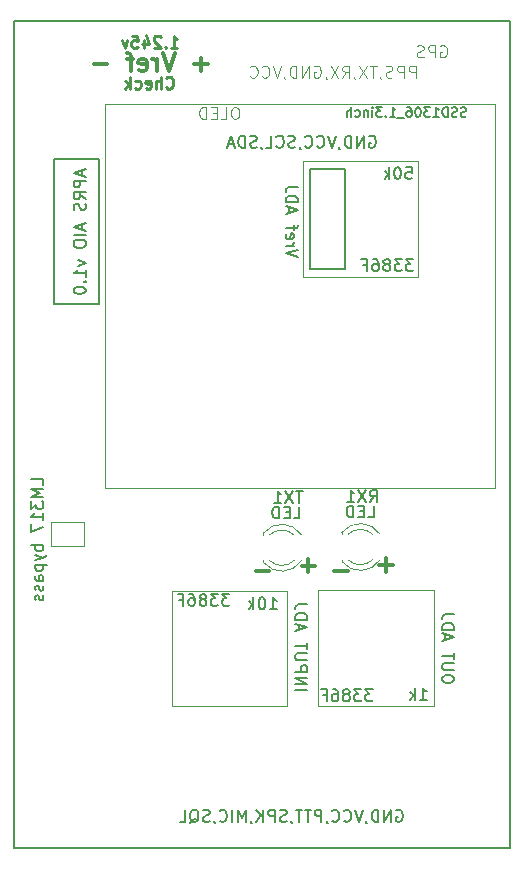
<source format=gbr>
%TF.GenerationSoftware,KiCad,Pcbnew,(6.0.9)*%
%TF.CreationDate,2023-02-20T20:31:07+03:00*%
%TF.ProjectId,ESP32_APRS,45535033-325f-4415-9052-532e6b696361,rev?*%
%TF.SameCoordinates,Original*%
%TF.FileFunction,Legend,Bot*%
%TF.FilePolarity,Positive*%
%FSLAX46Y46*%
G04 Gerber Fmt 4.6, Leading zero omitted, Abs format (unit mm)*
G04 Created by KiCad (PCBNEW (6.0.9)) date 2023-02-20 20:31:07*
%MOMM*%
%LPD*%
G01*
G04 APERTURE LIST*
%ADD10C,0.200000*%
%TA.AperFunction,Profile*%
%ADD11C,0.200000*%
%TD*%
%ADD12C,0.120000*%
%ADD13C,0.300000*%
%ADD14C,0.150000*%
%ADD15C,0.250000*%
%ADD16C,0.100000*%
G04 APERTURE END LIST*
D10*
X123390000Y-66625000D02*
X127250000Y-66625000D01*
X127250000Y-66625000D02*
X127250000Y-78955000D01*
X127250000Y-78955000D02*
X123390000Y-78955000D01*
X123390000Y-78955000D02*
X123390000Y-66625000D01*
X145100000Y-67500000D02*
X148090000Y-67500000D01*
X148090000Y-67500000D02*
X148090000Y-75980000D01*
X148090000Y-75980000D02*
X145100000Y-75980000D01*
X145100000Y-75980000D02*
X145100000Y-67500000D01*
D11*
X120000000Y-125000000D02*
X120000000Y-55000000D01*
X120000000Y-55000000D02*
X162000000Y-55000000D01*
X120000000Y-125000000D02*
X162000000Y-125000000D01*
X162052000Y-55000000D02*
X162000000Y-125000000D01*
D12*
X154026190Y-59762380D02*
X154026190Y-58762380D01*
X153645238Y-58762380D01*
X153550000Y-58810000D01*
X153502380Y-58857619D01*
X153454761Y-58952857D01*
X153454761Y-59095714D01*
X153502380Y-59190952D01*
X153550000Y-59238571D01*
X153645238Y-59286190D01*
X154026190Y-59286190D01*
X153026190Y-59762380D02*
X153026190Y-58762380D01*
X152645238Y-58762380D01*
X152550000Y-58810000D01*
X152502380Y-58857619D01*
X152454761Y-58952857D01*
X152454761Y-59095714D01*
X152502380Y-59190952D01*
X152550000Y-59238571D01*
X152645238Y-59286190D01*
X153026190Y-59286190D01*
X152073809Y-59714761D02*
X151930952Y-59762380D01*
X151692857Y-59762380D01*
X151597619Y-59714761D01*
X151550000Y-59667142D01*
X151502380Y-59571904D01*
X151502380Y-59476666D01*
X151550000Y-59381428D01*
X151597619Y-59333809D01*
X151692857Y-59286190D01*
X151883333Y-59238571D01*
X151978571Y-59190952D01*
X152026190Y-59143333D01*
X152073809Y-59048095D01*
X152073809Y-58952857D01*
X152026190Y-58857619D01*
X151978571Y-58810000D01*
X151883333Y-58762380D01*
X151645238Y-58762380D01*
X151502380Y-58810000D01*
X151026190Y-59714761D02*
X151026190Y-59762380D01*
X151073809Y-59857619D01*
X151121428Y-59905238D01*
X150740476Y-58762380D02*
X150169047Y-58762380D01*
X150454761Y-59762380D02*
X150454761Y-58762380D01*
X149930952Y-58762380D02*
X149264285Y-59762380D01*
X149264285Y-58762380D02*
X149930952Y-59762380D01*
X148835714Y-59714761D02*
X148835714Y-59762380D01*
X148883333Y-59857619D01*
X148930952Y-59905238D01*
X147835714Y-59762380D02*
X148169047Y-59286190D01*
X148407142Y-59762380D02*
X148407142Y-58762380D01*
X148026190Y-58762380D01*
X147930952Y-58810000D01*
X147883333Y-58857619D01*
X147835714Y-58952857D01*
X147835714Y-59095714D01*
X147883333Y-59190952D01*
X147930952Y-59238571D01*
X148026190Y-59286190D01*
X148407142Y-59286190D01*
X147502380Y-58762380D02*
X146835714Y-59762380D01*
X146835714Y-58762380D02*
X147502380Y-59762380D01*
X146407142Y-59714761D02*
X146407142Y-59762380D01*
X146454761Y-59857619D01*
X146502380Y-59905238D01*
X145454761Y-58810000D02*
X145550000Y-58762380D01*
X145692857Y-58762380D01*
X145835714Y-58810000D01*
X145930952Y-58905238D01*
X145978571Y-59000476D01*
X146026190Y-59190952D01*
X146026190Y-59333809D01*
X145978571Y-59524285D01*
X145930952Y-59619523D01*
X145835714Y-59714761D01*
X145692857Y-59762380D01*
X145597619Y-59762380D01*
X145454761Y-59714761D01*
X145407142Y-59667142D01*
X145407142Y-59333809D01*
X145597619Y-59333809D01*
X144978571Y-59762380D02*
X144978571Y-58762380D01*
X144407142Y-59762380D01*
X144407142Y-58762380D01*
X143930952Y-59762380D02*
X143930952Y-58762380D01*
X143692857Y-58762380D01*
X143550000Y-58810000D01*
X143454761Y-58905238D01*
X143407142Y-59000476D01*
X143359523Y-59190952D01*
X143359523Y-59333809D01*
X143407142Y-59524285D01*
X143454761Y-59619523D01*
X143550000Y-59714761D01*
X143692857Y-59762380D01*
X143930952Y-59762380D01*
X142883333Y-59714761D02*
X142883333Y-59762380D01*
X142930952Y-59857619D01*
X142978571Y-59905238D01*
X142597619Y-58762380D02*
X142264285Y-59762380D01*
X141930952Y-58762380D01*
X141026190Y-59667142D02*
X141073809Y-59714761D01*
X141216666Y-59762380D01*
X141311904Y-59762380D01*
X141454761Y-59714761D01*
X141550000Y-59619523D01*
X141597619Y-59524285D01*
X141645238Y-59333809D01*
X141645238Y-59190952D01*
X141597619Y-59000476D01*
X141550000Y-58905238D01*
X141454761Y-58810000D01*
X141311904Y-58762380D01*
X141216666Y-58762380D01*
X141073809Y-58810000D01*
X141026190Y-58857619D01*
X140026190Y-59667142D02*
X140073809Y-59714761D01*
X140216666Y-59762380D01*
X140311904Y-59762380D01*
X140454761Y-59714761D01*
X140550000Y-59619523D01*
X140597619Y-59524285D01*
X140645238Y-59333809D01*
X140645238Y-59190952D01*
X140597619Y-59000476D01*
X140550000Y-58905238D01*
X140454761Y-58810000D01*
X140311904Y-58762380D01*
X140216666Y-58762380D01*
X140073809Y-58810000D01*
X140026190Y-58857619D01*
D13*
X147148571Y-101527142D02*
X148291428Y-101527142D01*
D14*
X125806666Y-67581904D02*
X125806666Y-68058095D01*
X126092380Y-67486666D02*
X125092380Y-67820000D01*
X126092380Y-68153333D01*
X126092380Y-68486666D02*
X125092380Y-68486666D01*
X125092380Y-68867619D01*
X125140000Y-68962857D01*
X125187619Y-69010476D01*
X125282857Y-69058095D01*
X125425714Y-69058095D01*
X125520952Y-69010476D01*
X125568571Y-68962857D01*
X125616190Y-68867619D01*
X125616190Y-68486666D01*
X126092380Y-70058095D02*
X125616190Y-69724761D01*
X126092380Y-69486666D02*
X125092380Y-69486666D01*
X125092380Y-69867619D01*
X125140000Y-69962857D01*
X125187619Y-70010476D01*
X125282857Y-70058095D01*
X125425714Y-70058095D01*
X125520952Y-70010476D01*
X125568571Y-69962857D01*
X125616190Y-69867619D01*
X125616190Y-69486666D01*
X126044761Y-70439047D02*
X126092380Y-70581904D01*
X126092380Y-70820000D01*
X126044761Y-70915238D01*
X125997142Y-70962857D01*
X125901904Y-71010476D01*
X125806666Y-71010476D01*
X125711428Y-70962857D01*
X125663809Y-70915238D01*
X125616190Y-70820000D01*
X125568571Y-70629523D01*
X125520952Y-70534285D01*
X125473333Y-70486666D01*
X125378095Y-70439047D01*
X125282857Y-70439047D01*
X125187619Y-70486666D01*
X125140000Y-70534285D01*
X125092380Y-70629523D01*
X125092380Y-70867619D01*
X125140000Y-71010476D01*
X125806666Y-72153333D02*
X125806666Y-72629523D01*
X126092380Y-72058095D02*
X125092380Y-72391428D01*
X126092380Y-72724761D01*
X126092380Y-73058095D02*
X125092380Y-73058095D01*
X125092380Y-73724761D02*
X125092380Y-73915238D01*
X125140000Y-74010476D01*
X125235238Y-74105714D01*
X125425714Y-74153333D01*
X125759047Y-74153333D01*
X125949523Y-74105714D01*
X126044761Y-74010476D01*
X126092380Y-73915238D01*
X126092380Y-73724761D01*
X126044761Y-73629523D01*
X125949523Y-73534285D01*
X125759047Y-73486666D01*
X125425714Y-73486666D01*
X125235238Y-73534285D01*
X125140000Y-73629523D01*
X125092380Y-73724761D01*
X125425714Y-75248571D02*
X126092380Y-75486666D01*
X125425714Y-75724761D01*
X126092380Y-76629523D02*
X126092380Y-76058095D01*
X126092380Y-76343809D02*
X125092380Y-76343809D01*
X125235238Y-76248571D01*
X125330476Y-76153333D01*
X125378095Y-76058095D01*
X125997142Y-77058095D02*
X126044761Y-77105714D01*
X126092380Y-77058095D01*
X126044761Y-77010476D01*
X125997142Y-77058095D01*
X126092380Y-77058095D01*
X125092380Y-77724761D02*
X125092380Y-77820000D01*
X125140000Y-77915238D01*
X125187619Y-77962857D01*
X125282857Y-78010476D01*
X125473333Y-78058095D01*
X125711428Y-78058095D01*
X125901904Y-78010476D01*
X125997142Y-77962857D01*
X126044761Y-77915238D01*
X126092380Y-77820000D01*
X126092380Y-77724761D01*
X126044761Y-77629523D01*
X125997142Y-77581904D01*
X125901904Y-77534285D01*
X125711428Y-77486666D01*
X125473333Y-77486666D01*
X125282857Y-77534285D01*
X125187619Y-77581904D01*
X125140000Y-77629523D01*
X125092380Y-77724761D01*
D13*
X136411428Y-58637142D02*
X135268571Y-58637142D01*
X135840000Y-59208571D02*
X135840000Y-58065714D01*
X133625714Y-57708571D02*
X133125714Y-59208571D01*
X132625714Y-57708571D01*
X132125714Y-59208571D02*
X132125714Y-58208571D01*
X132125714Y-58494285D02*
X132054285Y-58351428D01*
X131982857Y-58280000D01*
X131840000Y-58208571D01*
X131697142Y-58208571D01*
X130625714Y-59137142D02*
X130768571Y-59208571D01*
X131054285Y-59208571D01*
X131197142Y-59137142D01*
X131268571Y-58994285D01*
X131268571Y-58422857D01*
X131197142Y-58280000D01*
X131054285Y-58208571D01*
X130768571Y-58208571D01*
X130625714Y-58280000D01*
X130554285Y-58422857D01*
X130554285Y-58565714D01*
X131268571Y-58708571D01*
X130125714Y-58208571D02*
X129554285Y-58208571D01*
X129911428Y-59208571D02*
X129911428Y-57922857D01*
X129840000Y-57780000D01*
X129697142Y-57708571D01*
X129554285Y-57708571D01*
X127911428Y-58637142D02*
X126768571Y-58637142D01*
X150968571Y-101047142D02*
X152111428Y-101047142D01*
X151540000Y-101618571D02*
X151540000Y-100475714D01*
D15*
X133291904Y-57232380D02*
X133863333Y-57232380D01*
X133577619Y-57232380D02*
X133577619Y-56232380D01*
X133672857Y-56375238D01*
X133768095Y-56470476D01*
X133863333Y-56518095D01*
X132863333Y-57137142D02*
X132815714Y-57184761D01*
X132863333Y-57232380D01*
X132910952Y-57184761D01*
X132863333Y-57137142D01*
X132863333Y-57232380D01*
X132434761Y-56327619D02*
X132387142Y-56280000D01*
X132291904Y-56232380D01*
X132053809Y-56232380D01*
X131958571Y-56280000D01*
X131910952Y-56327619D01*
X131863333Y-56422857D01*
X131863333Y-56518095D01*
X131910952Y-56660952D01*
X132482380Y-57232380D01*
X131863333Y-57232380D01*
X131006190Y-56565714D02*
X131006190Y-57232380D01*
X131244285Y-56184761D02*
X131482380Y-56899047D01*
X130863333Y-56899047D01*
X130006190Y-56232380D02*
X130482380Y-56232380D01*
X130530000Y-56708571D01*
X130482380Y-56660952D01*
X130387142Y-56613333D01*
X130149047Y-56613333D01*
X130053809Y-56660952D01*
X130006190Y-56708571D01*
X129958571Y-56803809D01*
X129958571Y-57041904D01*
X130006190Y-57137142D01*
X130053809Y-57184761D01*
X130149047Y-57232380D01*
X130387142Y-57232380D01*
X130482380Y-57184761D01*
X130530000Y-57137142D01*
X129625238Y-56565714D02*
X129387142Y-57232380D01*
X129149047Y-56565714D01*
D13*
X144378571Y-101077142D02*
X145521428Y-101077142D01*
X144950000Y-101648571D02*
X144950000Y-100505714D01*
D12*
X138852380Y-62272380D02*
X138661904Y-62272380D01*
X138566666Y-62320000D01*
X138471428Y-62415238D01*
X138423809Y-62605714D01*
X138423809Y-62939047D01*
X138471428Y-63129523D01*
X138566666Y-63224761D01*
X138661904Y-63272380D01*
X138852380Y-63272380D01*
X138947619Y-63224761D01*
X139042857Y-63129523D01*
X139090476Y-62939047D01*
X139090476Y-62605714D01*
X139042857Y-62415238D01*
X138947619Y-62320000D01*
X138852380Y-62272380D01*
X137519047Y-63272380D02*
X137995238Y-63272380D01*
X137995238Y-62272380D01*
X137185714Y-62748571D02*
X136852380Y-62748571D01*
X136709523Y-63272380D02*
X137185714Y-63272380D01*
X137185714Y-62272380D01*
X136709523Y-62272380D01*
X136280952Y-63272380D02*
X136280952Y-62272380D01*
X136042857Y-62272380D01*
X135900000Y-62320000D01*
X135804761Y-62415238D01*
X135757142Y-62510476D01*
X135709523Y-62700952D01*
X135709523Y-62843809D01*
X135757142Y-63034285D01*
X135804761Y-63129523D01*
X135900000Y-63224761D01*
X136042857Y-63272380D01*
X136280952Y-63272380D01*
X156134285Y-57080000D02*
X156229523Y-57032380D01*
X156372380Y-57032380D01*
X156515238Y-57080000D01*
X156610476Y-57175238D01*
X156658095Y-57270476D01*
X156705714Y-57460952D01*
X156705714Y-57603809D01*
X156658095Y-57794285D01*
X156610476Y-57889523D01*
X156515238Y-57984761D01*
X156372380Y-58032380D01*
X156277142Y-58032380D01*
X156134285Y-57984761D01*
X156086666Y-57937142D01*
X156086666Y-57603809D01*
X156277142Y-57603809D01*
X155658095Y-58032380D02*
X155658095Y-57032380D01*
X155277142Y-57032380D01*
X155181904Y-57080000D01*
X155134285Y-57127619D01*
X155086666Y-57222857D01*
X155086666Y-57365714D01*
X155134285Y-57460952D01*
X155181904Y-57508571D01*
X155277142Y-57556190D01*
X155658095Y-57556190D01*
X154705714Y-57984761D02*
X154562857Y-58032380D01*
X154324761Y-58032380D01*
X154229523Y-57984761D01*
X154181904Y-57937142D01*
X154134285Y-57841904D01*
X154134285Y-57746666D01*
X154181904Y-57651428D01*
X154229523Y-57603809D01*
X154324761Y-57556190D01*
X154515238Y-57508571D01*
X154610476Y-57460952D01*
X154658095Y-57413333D01*
X154705714Y-57318095D01*
X154705714Y-57222857D01*
X154658095Y-57127619D01*
X154610476Y-57080000D01*
X154515238Y-57032380D01*
X154277142Y-57032380D01*
X154134285Y-57080000D01*
D14*
X152393333Y-121810000D02*
X152488571Y-121762380D01*
X152631428Y-121762380D01*
X152774285Y-121810000D01*
X152869523Y-121905238D01*
X152917142Y-122000476D01*
X152964761Y-122190952D01*
X152964761Y-122333809D01*
X152917142Y-122524285D01*
X152869523Y-122619523D01*
X152774285Y-122714761D01*
X152631428Y-122762380D01*
X152536190Y-122762380D01*
X152393333Y-122714761D01*
X152345714Y-122667142D01*
X152345714Y-122333809D01*
X152536190Y-122333809D01*
X151917142Y-122762380D02*
X151917142Y-121762380D01*
X151345714Y-122762380D01*
X151345714Y-121762380D01*
X150869523Y-122762380D02*
X150869523Y-121762380D01*
X150631428Y-121762380D01*
X150488571Y-121810000D01*
X150393333Y-121905238D01*
X150345714Y-122000476D01*
X150298095Y-122190952D01*
X150298095Y-122333809D01*
X150345714Y-122524285D01*
X150393333Y-122619523D01*
X150488571Y-122714761D01*
X150631428Y-122762380D01*
X150869523Y-122762380D01*
X149821904Y-122714761D02*
X149821904Y-122762380D01*
X149869523Y-122857619D01*
X149917142Y-122905238D01*
X149536190Y-121762380D02*
X149202857Y-122762380D01*
X148869523Y-121762380D01*
X147964761Y-122667142D02*
X148012380Y-122714761D01*
X148155238Y-122762380D01*
X148250476Y-122762380D01*
X148393333Y-122714761D01*
X148488571Y-122619523D01*
X148536190Y-122524285D01*
X148583809Y-122333809D01*
X148583809Y-122190952D01*
X148536190Y-122000476D01*
X148488571Y-121905238D01*
X148393333Y-121810000D01*
X148250476Y-121762380D01*
X148155238Y-121762380D01*
X148012380Y-121810000D01*
X147964761Y-121857619D01*
X146964761Y-122667142D02*
X147012380Y-122714761D01*
X147155238Y-122762380D01*
X147250476Y-122762380D01*
X147393333Y-122714761D01*
X147488571Y-122619523D01*
X147536190Y-122524285D01*
X147583809Y-122333809D01*
X147583809Y-122190952D01*
X147536190Y-122000476D01*
X147488571Y-121905238D01*
X147393333Y-121810000D01*
X147250476Y-121762380D01*
X147155238Y-121762380D01*
X147012380Y-121810000D01*
X146964761Y-121857619D01*
X146488571Y-122714761D02*
X146488571Y-122762380D01*
X146536190Y-122857619D01*
X146583809Y-122905238D01*
X146060000Y-122762380D02*
X146060000Y-121762380D01*
X145679047Y-121762380D01*
X145583809Y-121810000D01*
X145536190Y-121857619D01*
X145488571Y-121952857D01*
X145488571Y-122095714D01*
X145536190Y-122190952D01*
X145583809Y-122238571D01*
X145679047Y-122286190D01*
X146060000Y-122286190D01*
X145202857Y-121762380D02*
X144631428Y-121762380D01*
X144917142Y-122762380D02*
X144917142Y-121762380D01*
X144440952Y-121762380D02*
X143869523Y-121762380D01*
X144155238Y-122762380D02*
X144155238Y-121762380D01*
X143488571Y-122714761D02*
X143488571Y-122762380D01*
X143536190Y-122857619D01*
X143583809Y-122905238D01*
X143107619Y-122714761D02*
X142964761Y-122762380D01*
X142726666Y-122762380D01*
X142631428Y-122714761D01*
X142583809Y-122667142D01*
X142536190Y-122571904D01*
X142536190Y-122476666D01*
X142583809Y-122381428D01*
X142631428Y-122333809D01*
X142726666Y-122286190D01*
X142917142Y-122238571D01*
X143012380Y-122190952D01*
X143060000Y-122143333D01*
X143107619Y-122048095D01*
X143107619Y-121952857D01*
X143060000Y-121857619D01*
X143012380Y-121810000D01*
X142917142Y-121762380D01*
X142679047Y-121762380D01*
X142536190Y-121810000D01*
X142107619Y-122762380D02*
X142107619Y-121762380D01*
X141726666Y-121762380D01*
X141631428Y-121810000D01*
X141583809Y-121857619D01*
X141536190Y-121952857D01*
X141536190Y-122095714D01*
X141583809Y-122190952D01*
X141631428Y-122238571D01*
X141726666Y-122286190D01*
X142107619Y-122286190D01*
X141107619Y-122762380D02*
X141107619Y-121762380D01*
X140536190Y-122762380D02*
X140964761Y-122190952D01*
X140536190Y-121762380D02*
X141107619Y-122333809D01*
X140060000Y-122714761D02*
X140060000Y-122762380D01*
X140107619Y-122857619D01*
X140155238Y-122905238D01*
X139631428Y-122762380D02*
X139631428Y-121762380D01*
X139298095Y-122476666D01*
X138964761Y-121762380D01*
X138964761Y-122762380D01*
X138488571Y-122762380D02*
X138488571Y-121762380D01*
X137440952Y-122667142D02*
X137488571Y-122714761D01*
X137631428Y-122762380D01*
X137726666Y-122762380D01*
X137869523Y-122714761D01*
X137964761Y-122619523D01*
X138012380Y-122524285D01*
X138060000Y-122333809D01*
X138060000Y-122190952D01*
X138012380Y-122000476D01*
X137964761Y-121905238D01*
X137869523Y-121810000D01*
X137726666Y-121762380D01*
X137631428Y-121762380D01*
X137488571Y-121810000D01*
X137440952Y-121857619D01*
X136964761Y-122714761D02*
X136964761Y-122762380D01*
X137012380Y-122857619D01*
X137060000Y-122905238D01*
X136583809Y-122714761D02*
X136440952Y-122762380D01*
X136202857Y-122762380D01*
X136107619Y-122714761D01*
X136060000Y-122667142D01*
X136012380Y-122571904D01*
X136012380Y-122476666D01*
X136060000Y-122381428D01*
X136107619Y-122333809D01*
X136202857Y-122286190D01*
X136393333Y-122238571D01*
X136488571Y-122190952D01*
X136536190Y-122143333D01*
X136583809Y-122048095D01*
X136583809Y-121952857D01*
X136536190Y-121857619D01*
X136488571Y-121810000D01*
X136393333Y-121762380D01*
X136155238Y-121762380D01*
X136012380Y-121810000D01*
X134917142Y-122857619D02*
X135012380Y-122810000D01*
X135107619Y-122714761D01*
X135250476Y-122571904D01*
X135345714Y-122524285D01*
X135440952Y-122524285D01*
X135393333Y-122762380D02*
X135488571Y-122714761D01*
X135583809Y-122619523D01*
X135631428Y-122429047D01*
X135631428Y-122095714D01*
X135583809Y-121905238D01*
X135488571Y-121810000D01*
X135393333Y-121762380D01*
X135202857Y-121762380D01*
X135107619Y-121810000D01*
X135012380Y-121905238D01*
X134964761Y-122095714D01*
X134964761Y-122429047D01*
X135012380Y-122619523D01*
X135107619Y-122714761D01*
X135202857Y-122762380D01*
X135393333Y-122762380D01*
X134060000Y-122762380D02*
X134536190Y-122762380D01*
X134536190Y-121762380D01*
D15*
X132894761Y-60597142D02*
X132942380Y-60644761D01*
X133085238Y-60692380D01*
X133180476Y-60692380D01*
X133323333Y-60644761D01*
X133418571Y-60549523D01*
X133466190Y-60454285D01*
X133513809Y-60263809D01*
X133513809Y-60120952D01*
X133466190Y-59930476D01*
X133418571Y-59835238D01*
X133323333Y-59740000D01*
X133180476Y-59692380D01*
X133085238Y-59692380D01*
X132942380Y-59740000D01*
X132894761Y-59787619D01*
X132466190Y-60692380D02*
X132466190Y-59692380D01*
X132037619Y-60692380D02*
X132037619Y-60168571D01*
X132085238Y-60073333D01*
X132180476Y-60025714D01*
X132323333Y-60025714D01*
X132418571Y-60073333D01*
X132466190Y-60120952D01*
X131180476Y-60644761D02*
X131275714Y-60692380D01*
X131466190Y-60692380D01*
X131561428Y-60644761D01*
X131609047Y-60549523D01*
X131609047Y-60168571D01*
X131561428Y-60073333D01*
X131466190Y-60025714D01*
X131275714Y-60025714D01*
X131180476Y-60073333D01*
X131132857Y-60168571D01*
X131132857Y-60263809D01*
X131609047Y-60359047D01*
X130275714Y-60644761D02*
X130370952Y-60692380D01*
X130561428Y-60692380D01*
X130656666Y-60644761D01*
X130704285Y-60597142D01*
X130751904Y-60501904D01*
X130751904Y-60216190D01*
X130704285Y-60120952D01*
X130656666Y-60073333D01*
X130561428Y-60025714D01*
X130370952Y-60025714D01*
X130275714Y-60073333D01*
X129847142Y-60692380D02*
X129847142Y-59692380D01*
X129751904Y-60311428D02*
X129466190Y-60692380D01*
X129466190Y-60025714D02*
X129847142Y-60406666D01*
D13*
X140498571Y-101577142D02*
X141641428Y-101577142D01*
D14*
%TO.C,RV2*%
X154389047Y-112442380D02*
X154960476Y-112442380D01*
X154674761Y-112442380D02*
X154674761Y-111442380D01*
X154770000Y-111585238D01*
X154865238Y-111680476D01*
X154960476Y-111728095D01*
X153960476Y-112442380D02*
X153960476Y-111442380D01*
X153865238Y-112061428D02*
X153579523Y-112442380D01*
X153579523Y-111775714D02*
X153960476Y-112156666D01*
X150400476Y-111552380D02*
X149781428Y-111552380D01*
X150114761Y-111933333D01*
X149971904Y-111933333D01*
X149876666Y-111980952D01*
X149829047Y-112028571D01*
X149781428Y-112123809D01*
X149781428Y-112361904D01*
X149829047Y-112457142D01*
X149876666Y-112504761D01*
X149971904Y-112552380D01*
X150257619Y-112552380D01*
X150352857Y-112504761D01*
X150400476Y-112457142D01*
X149448095Y-111552380D02*
X148829047Y-111552380D01*
X149162380Y-111933333D01*
X149019523Y-111933333D01*
X148924285Y-111980952D01*
X148876666Y-112028571D01*
X148829047Y-112123809D01*
X148829047Y-112361904D01*
X148876666Y-112457142D01*
X148924285Y-112504761D01*
X149019523Y-112552380D01*
X149305238Y-112552380D01*
X149400476Y-112504761D01*
X149448095Y-112457142D01*
X148257619Y-111980952D02*
X148352857Y-111933333D01*
X148400476Y-111885714D01*
X148448095Y-111790476D01*
X148448095Y-111742857D01*
X148400476Y-111647619D01*
X148352857Y-111600000D01*
X148257619Y-111552380D01*
X148067142Y-111552380D01*
X147971904Y-111600000D01*
X147924285Y-111647619D01*
X147876666Y-111742857D01*
X147876666Y-111790476D01*
X147924285Y-111885714D01*
X147971904Y-111933333D01*
X148067142Y-111980952D01*
X148257619Y-111980952D01*
X148352857Y-112028571D01*
X148400476Y-112076190D01*
X148448095Y-112171428D01*
X148448095Y-112361904D01*
X148400476Y-112457142D01*
X148352857Y-112504761D01*
X148257619Y-112552380D01*
X148067142Y-112552380D01*
X147971904Y-112504761D01*
X147924285Y-112457142D01*
X147876666Y-112361904D01*
X147876666Y-112171428D01*
X147924285Y-112076190D01*
X147971904Y-112028571D01*
X148067142Y-111980952D01*
X147019523Y-111552380D02*
X147210000Y-111552380D01*
X147305238Y-111600000D01*
X147352857Y-111647619D01*
X147448095Y-111790476D01*
X147495714Y-111980952D01*
X147495714Y-112361904D01*
X147448095Y-112457142D01*
X147400476Y-112504761D01*
X147305238Y-112552380D01*
X147114761Y-112552380D01*
X147019523Y-112504761D01*
X146971904Y-112457142D01*
X146924285Y-112361904D01*
X146924285Y-112123809D01*
X146971904Y-112028571D01*
X147019523Y-111980952D01*
X147114761Y-111933333D01*
X147305238Y-111933333D01*
X147400476Y-111980952D01*
X147448095Y-112028571D01*
X147495714Y-112123809D01*
X146162380Y-112028571D02*
X146495714Y-112028571D01*
X146495714Y-112552380D02*
X146495714Y-111552380D01*
X146019523Y-111552380D01*
X157267619Y-110780476D02*
X157267619Y-110590000D01*
X157220000Y-110494761D01*
X157124761Y-110399523D01*
X156934285Y-110351904D01*
X156600952Y-110351904D01*
X156410476Y-110399523D01*
X156315238Y-110494761D01*
X156267619Y-110590000D01*
X156267619Y-110780476D01*
X156315238Y-110875714D01*
X156410476Y-110970952D01*
X156600952Y-111018571D01*
X156934285Y-111018571D01*
X157124761Y-110970952D01*
X157220000Y-110875714D01*
X157267619Y-110780476D01*
X157267619Y-109923333D02*
X156458095Y-109923333D01*
X156362857Y-109875714D01*
X156315238Y-109828095D01*
X156267619Y-109732857D01*
X156267619Y-109542380D01*
X156315238Y-109447142D01*
X156362857Y-109399523D01*
X156458095Y-109351904D01*
X157267619Y-109351904D01*
X157267619Y-109018571D02*
X157267619Y-108447142D01*
X156267619Y-108732857D02*
X157267619Y-108732857D01*
X156553333Y-107399523D02*
X156553333Y-106923333D01*
X156267619Y-107494761D02*
X157267619Y-107161428D01*
X156267619Y-106828095D01*
X156267619Y-106494761D02*
X157267619Y-106494761D01*
X157267619Y-106256666D01*
X157220000Y-106113809D01*
X157124761Y-106018571D01*
X157029523Y-105970952D01*
X156839047Y-105923333D01*
X156696190Y-105923333D01*
X156505714Y-105970952D01*
X156410476Y-106018571D01*
X156315238Y-106113809D01*
X156267619Y-106256666D01*
X156267619Y-106494761D01*
X157267619Y-105209047D02*
X156553333Y-105209047D01*
X156410476Y-105256666D01*
X156315238Y-105351904D01*
X156267619Y-105494761D01*
X156267619Y-105590000D01*
%TO.C,TX1*%
X144458095Y-94772380D02*
X143886666Y-94772380D01*
X144172380Y-95772380D02*
X144172380Y-94772380D01*
X143648571Y-94772380D02*
X142981904Y-95772380D01*
X142981904Y-94772380D02*
X143648571Y-95772380D01*
X142077142Y-95772380D02*
X142648571Y-95772380D01*
X142362857Y-95772380D02*
X142362857Y-94772380D01*
X142458095Y-94915238D01*
X142553333Y-95010476D01*
X142648571Y-95058095D01*
X143712857Y-97082380D02*
X144189047Y-97082380D01*
X144189047Y-96082380D01*
X143379523Y-96558571D02*
X143046190Y-96558571D01*
X142903333Y-97082380D02*
X143379523Y-97082380D01*
X143379523Y-96082380D01*
X142903333Y-96082380D01*
X142474761Y-97082380D02*
X142474761Y-96082380D01*
X142236666Y-96082380D01*
X142093809Y-96130000D01*
X141998571Y-96225238D01*
X141950952Y-96320476D01*
X141903333Y-96510952D01*
X141903333Y-96653809D01*
X141950952Y-96844285D01*
X141998571Y-96939523D01*
X142093809Y-97034761D01*
X142236666Y-97082380D01*
X142474761Y-97082380D01*
%TO.C,RV1*%
X141685238Y-104782380D02*
X142256666Y-104782380D01*
X141970952Y-104782380D02*
X141970952Y-103782380D01*
X142066190Y-103925238D01*
X142161428Y-104020476D01*
X142256666Y-104068095D01*
X141066190Y-103782380D02*
X140970952Y-103782380D01*
X140875714Y-103830000D01*
X140828095Y-103877619D01*
X140780476Y-103972857D01*
X140732857Y-104163333D01*
X140732857Y-104401428D01*
X140780476Y-104591904D01*
X140828095Y-104687142D01*
X140875714Y-104734761D01*
X140970952Y-104782380D01*
X141066190Y-104782380D01*
X141161428Y-104734761D01*
X141209047Y-104687142D01*
X141256666Y-104591904D01*
X141304285Y-104401428D01*
X141304285Y-104163333D01*
X141256666Y-103972857D01*
X141209047Y-103877619D01*
X141161428Y-103830000D01*
X141066190Y-103782380D01*
X140304285Y-104782380D02*
X140304285Y-103782380D01*
X140209047Y-104401428D02*
X139923333Y-104782380D01*
X139923333Y-104115714D02*
X140304285Y-104496666D01*
X138260476Y-103482380D02*
X137641428Y-103482380D01*
X137974761Y-103863333D01*
X137831904Y-103863333D01*
X137736666Y-103910952D01*
X137689047Y-103958571D01*
X137641428Y-104053809D01*
X137641428Y-104291904D01*
X137689047Y-104387142D01*
X137736666Y-104434761D01*
X137831904Y-104482380D01*
X138117619Y-104482380D01*
X138212857Y-104434761D01*
X138260476Y-104387142D01*
X137308095Y-103482380D02*
X136689047Y-103482380D01*
X137022380Y-103863333D01*
X136879523Y-103863333D01*
X136784285Y-103910952D01*
X136736666Y-103958571D01*
X136689047Y-104053809D01*
X136689047Y-104291904D01*
X136736666Y-104387142D01*
X136784285Y-104434761D01*
X136879523Y-104482380D01*
X137165238Y-104482380D01*
X137260476Y-104434761D01*
X137308095Y-104387142D01*
X136117619Y-103910952D02*
X136212857Y-103863333D01*
X136260476Y-103815714D01*
X136308095Y-103720476D01*
X136308095Y-103672857D01*
X136260476Y-103577619D01*
X136212857Y-103530000D01*
X136117619Y-103482380D01*
X135927142Y-103482380D01*
X135831904Y-103530000D01*
X135784285Y-103577619D01*
X135736666Y-103672857D01*
X135736666Y-103720476D01*
X135784285Y-103815714D01*
X135831904Y-103863333D01*
X135927142Y-103910952D01*
X136117619Y-103910952D01*
X136212857Y-103958571D01*
X136260476Y-104006190D01*
X136308095Y-104101428D01*
X136308095Y-104291904D01*
X136260476Y-104387142D01*
X136212857Y-104434761D01*
X136117619Y-104482380D01*
X135927142Y-104482380D01*
X135831904Y-104434761D01*
X135784285Y-104387142D01*
X135736666Y-104291904D01*
X135736666Y-104101428D01*
X135784285Y-104006190D01*
X135831904Y-103958571D01*
X135927142Y-103910952D01*
X134879523Y-103482380D02*
X135070000Y-103482380D01*
X135165238Y-103530000D01*
X135212857Y-103577619D01*
X135308095Y-103720476D01*
X135355714Y-103910952D01*
X135355714Y-104291904D01*
X135308095Y-104387142D01*
X135260476Y-104434761D01*
X135165238Y-104482380D01*
X134974761Y-104482380D01*
X134879523Y-104434761D01*
X134831904Y-104387142D01*
X134784285Y-104291904D01*
X134784285Y-104053809D01*
X134831904Y-103958571D01*
X134879523Y-103910952D01*
X134974761Y-103863333D01*
X135165238Y-103863333D01*
X135260476Y-103910952D01*
X135308095Y-103958571D01*
X135355714Y-104053809D01*
X134022380Y-103958571D02*
X134355714Y-103958571D01*
X134355714Y-104482380D02*
X134355714Y-103482380D01*
X133879523Y-103482380D01*
X143847619Y-111609047D02*
X144847619Y-111609047D01*
X143847619Y-111132857D02*
X144847619Y-111132857D01*
X143847619Y-110561428D01*
X144847619Y-110561428D01*
X143847619Y-110085238D02*
X144847619Y-110085238D01*
X144847619Y-109704285D01*
X144800000Y-109609047D01*
X144752380Y-109561428D01*
X144657142Y-109513809D01*
X144514285Y-109513809D01*
X144419047Y-109561428D01*
X144371428Y-109609047D01*
X144323809Y-109704285D01*
X144323809Y-110085238D01*
X144847619Y-109085238D02*
X144038095Y-109085238D01*
X143942857Y-109037619D01*
X143895238Y-108990000D01*
X143847619Y-108894761D01*
X143847619Y-108704285D01*
X143895238Y-108609047D01*
X143942857Y-108561428D01*
X144038095Y-108513809D01*
X144847619Y-108513809D01*
X144847619Y-108180476D02*
X144847619Y-107609047D01*
X143847619Y-107894761D02*
X144847619Y-107894761D01*
X144133333Y-106561428D02*
X144133333Y-106085238D01*
X143847619Y-106656666D02*
X144847619Y-106323333D01*
X143847619Y-105990000D01*
X143847619Y-105656666D02*
X144847619Y-105656666D01*
X144847619Y-105418571D01*
X144800000Y-105275714D01*
X144704761Y-105180476D01*
X144609523Y-105132857D01*
X144419047Y-105085238D01*
X144276190Y-105085238D01*
X144085714Y-105132857D01*
X143990476Y-105180476D01*
X143895238Y-105275714D01*
X143847619Y-105418571D01*
X143847619Y-105656666D01*
X144847619Y-104370952D02*
X144133333Y-104370952D01*
X143990476Y-104418571D01*
X143895238Y-104513809D01*
X143847619Y-104656666D01*
X143847619Y-104751904D01*
%TO.C,RV3*%
X153212857Y-67342380D02*
X153689047Y-67342380D01*
X153736666Y-67818571D01*
X153689047Y-67770952D01*
X153593809Y-67723333D01*
X153355714Y-67723333D01*
X153260476Y-67770952D01*
X153212857Y-67818571D01*
X153165238Y-67913809D01*
X153165238Y-68151904D01*
X153212857Y-68247142D01*
X153260476Y-68294761D01*
X153355714Y-68342380D01*
X153593809Y-68342380D01*
X153689047Y-68294761D01*
X153736666Y-68247142D01*
X152546190Y-67342380D02*
X152450952Y-67342380D01*
X152355714Y-67390000D01*
X152308095Y-67437619D01*
X152260476Y-67532857D01*
X152212857Y-67723333D01*
X152212857Y-67961428D01*
X152260476Y-68151904D01*
X152308095Y-68247142D01*
X152355714Y-68294761D01*
X152450952Y-68342380D01*
X152546190Y-68342380D01*
X152641428Y-68294761D01*
X152689047Y-68247142D01*
X152736666Y-68151904D01*
X152784285Y-67961428D01*
X152784285Y-67723333D01*
X152736666Y-67532857D01*
X152689047Y-67437619D01*
X152641428Y-67390000D01*
X152546190Y-67342380D01*
X151784285Y-68342380D02*
X151784285Y-67342380D01*
X151689047Y-67961428D02*
X151403333Y-68342380D01*
X151403333Y-67675714D02*
X151784285Y-68056666D01*
X144040619Y-74987619D02*
X143040619Y-74654285D01*
X144040619Y-74320952D01*
X143040619Y-73987619D02*
X143707285Y-73987619D01*
X143516809Y-73987619D02*
X143612047Y-73940000D01*
X143659666Y-73892380D01*
X143707285Y-73797142D01*
X143707285Y-73701904D01*
X143088238Y-72987619D02*
X143040619Y-73082857D01*
X143040619Y-73273333D01*
X143088238Y-73368571D01*
X143183476Y-73416190D01*
X143564428Y-73416190D01*
X143659666Y-73368571D01*
X143707285Y-73273333D01*
X143707285Y-73082857D01*
X143659666Y-72987619D01*
X143564428Y-72940000D01*
X143469190Y-72940000D01*
X143373952Y-73416190D01*
X143707285Y-72654285D02*
X143707285Y-72273333D01*
X143040619Y-72511428D02*
X143897761Y-72511428D01*
X143993000Y-72463809D01*
X144040619Y-72368571D01*
X144040619Y-72273333D01*
X143326333Y-71225714D02*
X143326333Y-70749523D01*
X143040619Y-71320952D02*
X144040619Y-70987619D01*
X143040619Y-70654285D01*
X143040619Y-70320952D02*
X144040619Y-70320952D01*
X144040619Y-70082857D01*
X143993000Y-69940000D01*
X143897761Y-69844761D01*
X143802523Y-69797142D01*
X143612047Y-69749523D01*
X143469190Y-69749523D01*
X143278714Y-69797142D01*
X143183476Y-69844761D01*
X143088238Y-69940000D01*
X143040619Y-70082857D01*
X143040619Y-70320952D01*
X144040619Y-69035238D02*
X143326333Y-69035238D01*
X143183476Y-69082857D01*
X143088238Y-69178095D01*
X143040619Y-69320952D01*
X143040619Y-69416190D01*
X153830476Y-75142380D02*
X153211428Y-75142380D01*
X153544761Y-75523333D01*
X153401904Y-75523333D01*
X153306666Y-75570952D01*
X153259047Y-75618571D01*
X153211428Y-75713809D01*
X153211428Y-75951904D01*
X153259047Y-76047142D01*
X153306666Y-76094761D01*
X153401904Y-76142380D01*
X153687619Y-76142380D01*
X153782857Y-76094761D01*
X153830476Y-76047142D01*
X152878095Y-75142380D02*
X152259047Y-75142380D01*
X152592380Y-75523333D01*
X152449523Y-75523333D01*
X152354285Y-75570952D01*
X152306666Y-75618571D01*
X152259047Y-75713809D01*
X152259047Y-75951904D01*
X152306666Y-76047142D01*
X152354285Y-76094761D01*
X152449523Y-76142380D01*
X152735238Y-76142380D01*
X152830476Y-76094761D01*
X152878095Y-76047142D01*
X151687619Y-75570952D02*
X151782857Y-75523333D01*
X151830476Y-75475714D01*
X151878095Y-75380476D01*
X151878095Y-75332857D01*
X151830476Y-75237619D01*
X151782857Y-75190000D01*
X151687619Y-75142380D01*
X151497142Y-75142380D01*
X151401904Y-75190000D01*
X151354285Y-75237619D01*
X151306666Y-75332857D01*
X151306666Y-75380476D01*
X151354285Y-75475714D01*
X151401904Y-75523333D01*
X151497142Y-75570952D01*
X151687619Y-75570952D01*
X151782857Y-75618571D01*
X151830476Y-75666190D01*
X151878095Y-75761428D01*
X151878095Y-75951904D01*
X151830476Y-76047142D01*
X151782857Y-76094761D01*
X151687619Y-76142380D01*
X151497142Y-76142380D01*
X151401904Y-76094761D01*
X151354285Y-76047142D01*
X151306666Y-75951904D01*
X151306666Y-75761428D01*
X151354285Y-75666190D01*
X151401904Y-75618571D01*
X151497142Y-75570952D01*
X150449523Y-75142380D02*
X150640000Y-75142380D01*
X150735238Y-75190000D01*
X150782857Y-75237619D01*
X150878095Y-75380476D01*
X150925714Y-75570952D01*
X150925714Y-75951904D01*
X150878095Y-76047142D01*
X150830476Y-76094761D01*
X150735238Y-76142380D01*
X150544761Y-76142380D01*
X150449523Y-76094761D01*
X150401904Y-76047142D01*
X150354285Y-75951904D01*
X150354285Y-75713809D01*
X150401904Y-75618571D01*
X150449523Y-75570952D01*
X150544761Y-75523333D01*
X150735238Y-75523333D01*
X150830476Y-75570952D01*
X150878095Y-75618571D01*
X150925714Y-75713809D01*
X149592380Y-75618571D02*
X149925714Y-75618571D01*
X149925714Y-76142380D02*
X149925714Y-75142380D01*
X149449523Y-75142380D01*
%TO.C,Brd2*%
X158297619Y-63033809D02*
X158183333Y-63071904D01*
X157992857Y-63071904D01*
X157916666Y-63033809D01*
X157878571Y-62995714D01*
X157840476Y-62919523D01*
X157840476Y-62843333D01*
X157878571Y-62767142D01*
X157916666Y-62729047D01*
X157992857Y-62690952D01*
X158145238Y-62652857D01*
X158221428Y-62614761D01*
X158259523Y-62576666D01*
X158297619Y-62500476D01*
X158297619Y-62424285D01*
X158259523Y-62348095D01*
X158221428Y-62310000D01*
X158145238Y-62271904D01*
X157954761Y-62271904D01*
X157840476Y-62310000D01*
X157535714Y-63033809D02*
X157421428Y-63071904D01*
X157230952Y-63071904D01*
X157154761Y-63033809D01*
X157116666Y-62995714D01*
X157078571Y-62919523D01*
X157078571Y-62843333D01*
X157116666Y-62767142D01*
X157154761Y-62729047D01*
X157230952Y-62690952D01*
X157383333Y-62652857D01*
X157459523Y-62614761D01*
X157497619Y-62576666D01*
X157535714Y-62500476D01*
X157535714Y-62424285D01*
X157497619Y-62348095D01*
X157459523Y-62310000D01*
X157383333Y-62271904D01*
X157192857Y-62271904D01*
X157078571Y-62310000D01*
X156735714Y-63071904D02*
X156735714Y-62271904D01*
X156545238Y-62271904D01*
X156430952Y-62310000D01*
X156354761Y-62386190D01*
X156316666Y-62462380D01*
X156278571Y-62614761D01*
X156278571Y-62729047D01*
X156316666Y-62881428D01*
X156354761Y-62957619D01*
X156430952Y-63033809D01*
X156545238Y-63071904D01*
X156735714Y-63071904D01*
X155516666Y-63071904D02*
X155973809Y-63071904D01*
X155745238Y-63071904D02*
X155745238Y-62271904D01*
X155821428Y-62386190D01*
X155897619Y-62462380D01*
X155973809Y-62500476D01*
X155250000Y-62271904D02*
X154754761Y-62271904D01*
X155021428Y-62576666D01*
X154907142Y-62576666D01*
X154830952Y-62614761D01*
X154792857Y-62652857D01*
X154754761Y-62729047D01*
X154754761Y-62919523D01*
X154792857Y-62995714D01*
X154830952Y-63033809D01*
X154907142Y-63071904D01*
X155135714Y-63071904D01*
X155211904Y-63033809D01*
X155250000Y-62995714D01*
X154259523Y-62271904D02*
X154183333Y-62271904D01*
X154107142Y-62310000D01*
X154069047Y-62348095D01*
X154030952Y-62424285D01*
X153992857Y-62576666D01*
X153992857Y-62767142D01*
X154030952Y-62919523D01*
X154069047Y-62995714D01*
X154107142Y-63033809D01*
X154183333Y-63071904D01*
X154259523Y-63071904D01*
X154335714Y-63033809D01*
X154373809Y-62995714D01*
X154411904Y-62919523D01*
X154450000Y-62767142D01*
X154450000Y-62576666D01*
X154411904Y-62424285D01*
X154373809Y-62348095D01*
X154335714Y-62310000D01*
X154259523Y-62271904D01*
X153307142Y-62271904D02*
X153459523Y-62271904D01*
X153535714Y-62310000D01*
X153573809Y-62348095D01*
X153650000Y-62462380D01*
X153688095Y-62614761D01*
X153688095Y-62919523D01*
X153650000Y-62995714D01*
X153611904Y-63033809D01*
X153535714Y-63071904D01*
X153383333Y-63071904D01*
X153307142Y-63033809D01*
X153269047Y-62995714D01*
X153230952Y-62919523D01*
X153230952Y-62729047D01*
X153269047Y-62652857D01*
X153307142Y-62614761D01*
X153383333Y-62576666D01*
X153535714Y-62576666D01*
X153611904Y-62614761D01*
X153650000Y-62652857D01*
X153688095Y-62729047D01*
X153078571Y-63148095D02*
X152469047Y-63148095D01*
X151859523Y-63071904D02*
X152316666Y-63071904D01*
X152088095Y-63071904D02*
X152088095Y-62271904D01*
X152164285Y-62386190D01*
X152240476Y-62462380D01*
X152316666Y-62500476D01*
X151516666Y-62995714D02*
X151478571Y-63033809D01*
X151516666Y-63071904D01*
X151554761Y-63033809D01*
X151516666Y-62995714D01*
X151516666Y-63071904D01*
X151211904Y-62271904D02*
X150716666Y-62271904D01*
X150983333Y-62576666D01*
X150869047Y-62576666D01*
X150792857Y-62614761D01*
X150754761Y-62652857D01*
X150716666Y-62729047D01*
X150716666Y-62919523D01*
X150754761Y-62995714D01*
X150792857Y-63033809D01*
X150869047Y-63071904D01*
X151097619Y-63071904D01*
X151173809Y-63033809D01*
X151211904Y-62995714D01*
X150373809Y-63071904D02*
X150373809Y-62538571D01*
X150373809Y-62271904D02*
X150411904Y-62310000D01*
X150373809Y-62348095D01*
X150335714Y-62310000D01*
X150373809Y-62271904D01*
X150373809Y-62348095D01*
X149992857Y-62538571D02*
X149992857Y-63071904D01*
X149992857Y-62614761D02*
X149954761Y-62576666D01*
X149878571Y-62538571D01*
X149764285Y-62538571D01*
X149688095Y-62576666D01*
X149650000Y-62652857D01*
X149650000Y-63071904D01*
X148926190Y-63033809D02*
X149002380Y-63071904D01*
X149154761Y-63071904D01*
X149230952Y-63033809D01*
X149269047Y-62995714D01*
X149307142Y-62919523D01*
X149307142Y-62690952D01*
X149269047Y-62614761D01*
X149230952Y-62576666D01*
X149154761Y-62538571D01*
X149002380Y-62538571D01*
X148926190Y-62576666D01*
X148583333Y-63071904D02*
X148583333Y-62271904D01*
X148240476Y-63071904D02*
X148240476Y-62652857D01*
X148278571Y-62576666D01*
X148354761Y-62538571D01*
X148469047Y-62538571D01*
X148545238Y-62576666D01*
X148583333Y-62614761D01*
X150110476Y-64740000D02*
X150205714Y-64692380D01*
X150348571Y-64692380D01*
X150491428Y-64740000D01*
X150586666Y-64835238D01*
X150634285Y-64930476D01*
X150681904Y-65120952D01*
X150681904Y-65263809D01*
X150634285Y-65454285D01*
X150586666Y-65549523D01*
X150491428Y-65644761D01*
X150348571Y-65692380D01*
X150253333Y-65692380D01*
X150110476Y-65644761D01*
X150062857Y-65597142D01*
X150062857Y-65263809D01*
X150253333Y-65263809D01*
X149634285Y-65692380D02*
X149634285Y-64692380D01*
X149062857Y-65692380D01*
X149062857Y-64692380D01*
X148586666Y-65692380D02*
X148586666Y-64692380D01*
X148348571Y-64692380D01*
X148205714Y-64740000D01*
X148110476Y-64835238D01*
X148062857Y-64930476D01*
X148015238Y-65120952D01*
X148015238Y-65263809D01*
X148062857Y-65454285D01*
X148110476Y-65549523D01*
X148205714Y-65644761D01*
X148348571Y-65692380D01*
X148586666Y-65692380D01*
X147539047Y-65644761D02*
X147539047Y-65692380D01*
X147586666Y-65787619D01*
X147634285Y-65835238D01*
X147253333Y-64692380D02*
X146920000Y-65692380D01*
X146586666Y-64692380D01*
X145681904Y-65597142D02*
X145729523Y-65644761D01*
X145872380Y-65692380D01*
X145967619Y-65692380D01*
X146110476Y-65644761D01*
X146205714Y-65549523D01*
X146253333Y-65454285D01*
X146300952Y-65263809D01*
X146300952Y-65120952D01*
X146253333Y-64930476D01*
X146205714Y-64835238D01*
X146110476Y-64740000D01*
X145967619Y-64692380D01*
X145872380Y-64692380D01*
X145729523Y-64740000D01*
X145681904Y-64787619D01*
X144681904Y-65597142D02*
X144729523Y-65644761D01*
X144872380Y-65692380D01*
X144967619Y-65692380D01*
X145110476Y-65644761D01*
X145205714Y-65549523D01*
X145253333Y-65454285D01*
X145300952Y-65263809D01*
X145300952Y-65120952D01*
X145253333Y-64930476D01*
X145205714Y-64835238D01*
X145110476Y-64740000D01*
X144967619Y-64692380D01*
X144872380Y-64692380D01*
X144729523Y-64740000D01*
X144681904Y-64787619D01*
X144205714Y-65644761D02*
X144205714Y-65692380D01*
X144253333Y-65787619D01*
X144300952Y-65835238D01*
X143824761Y-65644761D02*
X143681904Y-65692380D01*
X143443809Y-65692380D01*
X143348571Y-65644761D01*
X143300952Y-65597142D01*
X143253333Y-65501904D01*
X143253333Y-65406666D01*
X143300952Y-65311428D01*
X143348571Y-65263809D01*
X143443809Y-65216190D01*
X143634285Y-65168571D01*
X143729523Y-65120952D01*
X143777142Y-65073333D01*
X143824761Y-64978095D01*
X143824761Y-64882857D01*
X143777142Y-64787619D01*
X143729523Y-64740000D01*
X143634285Y-64692380D01*
X143396190Y-64692380D01*
X143253333Y-64740000D01*
X142253333Y-65597142D02*
X142300952Y-65644761D01*
X142443809Y-65692380D01*
X142539047Y-65692380D01*
X142681904Y-65644761D01*
X142777142Y-65549523D01*
X142824761Y-65454285D01*
X142872380Y-65263809D01*
X142872380Y-65120952D01*
X142824761Y-64930476D01*
X142777142Y-64835238D01*
X142681904Y-64740000D01*
X142539047Y-64692380D01*
X142443809Y-64692380D01*
X142300952Y-64740000D01*
X142253333Y-64787619D01*
X141348571Y-65692380D02*
X141824761Y-65692380D01*
X141824761Y-64692380D01*
X140967619Y-65644761D02*
X140967619Y-65692380D01*
X141015238Y-65787619D01*
X141062857Y-65835238D01*
X140586666Y-65644761D02*
X140443809Y-65692380D01*
X140205714Y-65692380D01*
X140110476Y-65644761D01*
X140062857Y-65597142D01*
X140015238Y-65501904D01*
X140015238Y-65406666D01*
X140062857Y-65311428D01*
X140110476Y-65263809D01*
X140205714Y-65216190D01*
X140396190Y-65168571D01*
X140491428Y-65120952D01*
X140539047Y-65073333D01*
X140586666Y-64978095D01*
X140586666Y-64882857D01*
X140539047Y-64787619D01*
X140491428Y-64740000D01*
X140396190Y-64692380D01*
X140158095Y-64692380D01*
X140015238Y-64740000D01*
X139586666Y-65692380D02*
X139586666Y-64692380D01*
X139348571Y-64692380D01*
X139205714Y-64740000D01*
X139110476Y-64835238D01*
X139062857Y-64930476D01*
X139015238Y-65120952D01*
X139015238Y-65263809D01*
X139062857Y-65454285D01*
X139110476Y-65549523D01*
X139205714Y-65644761D01*
X139348571Y-65692380D01*
X139586666Y-65692380D01*
X138634285Y-65406666D02*
X138158095Y-65406666D01*
X138729523Y-65692380D02*
X138396190Y-64692380D01*
X138062857Y-65692380D01*
%TO.C,RX1*%
X150162857Y-95682380D02*
X150496190Y-95206190D01*
X150734285Y-95682380D02*
X150734285Y-94682380D01*
X150353333Y-94682380D01*
X150258095Y-94730000D01*
X150210476Y-94777619D01*
X150162857Y-94872857D01*
X150162857Y-95015714D01*
X150210476Y-95110952D01*
X150258095Y-95158571D01*
X150353333Y-95206190D01*
X150734285Y-95206190D01*
X149829523Y-94682380D02*
X149162857Y-95682380D01*
X149162857Y-94682380D02*
X149829523Y-95682380D01*
X148258095Y-95682380D02*
X148829523Y-95682380D01*
X148543809Y-95682380D02*
X148543809Y-94682380D01*
X148639047Y-94825238D01*
X148734285Y-94920476D01*
X148829523Y-94968095D01*
X149992857Y-97002380D02*
X150469047Y-97002380D01*
X150469047Y-96002380D01*
X149659523Y-96478571D02*
X149326190Y-96478571D01*
X149183333Y-97002380D02*
X149659523Y-97002380D01*
X149659523Y-96002380D01*
X149183333Y-96002380D01*
X148754761Y-97002380D02*
X148754761Y-96002380D01*
X148516666Y-96002380D01*
X148373809Y-96050000D01*
X148278571Y-96145238D01*
X148230952Y-96240476D01*
X148183333Y-96430952D01*
X148183333Y-96573809D01*
X148230952Y-96764285D01*
X148278571Y-96859523D01*
X148373809Y-96954761D01*
X148516666Y-97002380D01*
X148754761Y-97002380D01*
%TO.C,JP1*%
X122492380Y-94260952D02*
X122492380Y-93784761D01*
X121492380Y-93784761D01*
X122492380Y-94594285D02*
X121492380Y-94594285D01*
X122206666Y-94927619D01*
X121492380Y-95260952D01*
X122492380Y-95260952D01*
X121492380Y-95641904D02*
X121492380Y-96260952D01*
X121873333Y-95927619D01*
X121873333Y-96070476D01*
X121920952Y-96165714D01*
X121968571Y-96213333D01*
X122063809Y-96260952D01*
X122301904Y-96260952D01*
X122397142Y-96213333D01*
X122444761Y-96165714D01*
X122492380Y-96070476D01*
X122492380Y-95784761D01*
X122444761Y-95689523D01*
X122397142Y-95641904D01*
X122492380Y-97213333D02*
X122492380Y-96641904D01*
X122492380Y-96927619D02*
X121492380Y-96927619D01*
X121635238Y-96832380D01*
X121730476Y-96737142D01*
X121778095Y-96641904D01*
X121492380Y-97546666D02*
X121492380Y-98213333D01*
X122492380Y-97784761D01*
X122492380Y-99356190D02*
X121492380Y-99356190D01*
X121873333Y-99356190D02*
X121825714Y-99451428D01*
X121825714Y-99641904D01*
X121873333Y-99737142D01*
X121920952Y-99784761D01*
X122016190Y-99832380D01*
X122301904Y-99832380D01*
X122397142Y-99784761D01*
X122444761Y-99737142D01*
X122492380Y-99641904D01*
X122492380Y-99451428D01*
X122444761Y-99356190D01*
X121825714Y-100165714D02*
X122492380Y-100403809D01*
X121825714Y-100641904D02*
X122492380Y-100403809D01*
X122730476Y-100308571D01*
X122778095Y-100260952D01*
X122825714Y-100165714D01*
X121825714Y-101022857D02*
X122825714Y-101022857D01*
X121873333Y-101022857D02*
X121825714Y-101118095D01*
X121825714Y-101308571D01*
X121873333Y-101403809D01*
X121920952Y-101451428D01*
X122016190Y-101499047D01*
X122301904Y-101499047D01*
X122397142Y-101451428D01*
X122444761Y-101403809D01*
X122492380Y-101308571D01*
X122492380Y-101118095D01*
X122444761Y-101022857D01*
X122492380Y-102356190D02*
X121968571Y-102356190D01*
X121873333Y-102308571D01*
X121825714Y-102213333D01*
X121825714Y-102022857D01*
X121873333Y-101927619D01*
X122444761Y-102356190D02*
X122492380Y-102260952D01*
X122492380Y-102022857D01*
X122444761Y-101927619D01*
X122349523Y-101880000D01*
X122254285Y-101880000D01*
X122159047Y-101927619D01*
X122111428Y-102022857D01*
X122111428Y-102260952D01*
X122063809Y-102356190D01*
X122444761Y-102784761D02*
X122492380Y-102880000D01*
X122492380Y-103070476D01*
X122444761Y-103165714D01*
X122349523Y-103213333D01*
X122301904Y-103213333D01*
X122206666Y-103165714D01*
X122159047Y-103070476D01*
X122159047Y-102927619D01*
X122111428Y-102832380D01*
X122016190Y-102784761D01*
X121968571Y-102784761D01*
X121873333Y-102832380D01*
X121825714Y-102927619D01*
X121825714Y-103070476D01*
X121873333Y-103165714D01*
X122444761Y-103594285D02*
X122492380Y-103689523D01*
X122492380Y-103880000D01*
X122444761Y-103975238D01*
X122349523Y-104022857D01*
X122301904Y-104022857D01*
X122206666Y-103975238D01*
X122159047Y-103880000D01*
X122159047Y-103737142D01*
X122111428Y-103641904D01*
X122016190Y-103594285D01*
X121968571Y-103594285D01*
X121873333Y-103641904D01*
X121825714Y-103737142D01*
X121825714Y-103880000D01*
X121873333Y-103975238D01*
D12*
%TO.C,RV2*%
X145785000Y-112960000D02*
X155555000Y-112960000D01*
X145785000Y-103190000D02*
X155555000Y-103190000D01*
X145785000Y-103190000D02*
X145785000Y-112960000D01*
X155555000Y-103190000D02*
X155555000Y-112960000D01*
%TO.C,TX1*%
X141145000Y-98490000D02*
X141145000Y-98334000D01*
X141145000Y-100806000D02*
X141145000Y-100650000D01*
X141145000Y-100805516D02*
G75*
G03*
X144377335Y-100648608I1560000J1235516D01*
G01*
X144377335Y-98491392D02*
G75*
G03*
X141145000Y-98334484I-1672335J-1078608D01*
G01*
X143746130Y-98490163D02*
G75*
G03*
X141664039Y-98490000I-1041130J-1079837D01*
G01*
X141664039Y-100650000D02*
G75*
G03*
X143746130Y-100649837I1040961J1080000D01*
G01*
%TO.C,RV1*%
X143165000Y-113000000D02*
X133395000Y-113000000D01*
X143165000Y-113000000D02*
X143165000Y-103230000D01*
X143165000Y-103230000D02*
X133395000Y-103230000D01*
X133395000Y-113000000D02*
X133395000Y-103230000D01*
%TO.C,RV3*%
X144460000Y-76635000D02*
X144460000Y-66865000D01*
X144460000Y-76635000D02*
X154230000Y-76635000D01*
X154230000Y-76635000D02*
X154230000Y-66865000D01*
X144460000Y-66865000D02*
X154230000Y-66865000D01*
D16*
%TO.C,Brd2*%
X160782000Y-94516000D02*
X127762000Y-94516000D01*
X160782000Y-61976000D02*
X127762000Y-61976000D01*
X127762000Y-94516000D02*
X127762000Y-61976000D01*
X160782000Y-61976000D02*
X160782000Y-94516000D01*
D12*
%TO.C,RX1*%
X147790000Y-98430000D02*
X147790000Y-98274000D01*
X147790000Y-100746000D02*
X147790000Y-100590000D01*
X150391130Y-98430163D02*
G75*
G03*
X148309039Y-98430000I-1041130J-1079837D01*
G01*
X148309039Y-100590000D02*
G75*
G03*
X150391130Y-100589837I1040961J1080000D01*
G01*
X151022335Y-98431392D02*
G75*
G03*
X147790000Y-98274484I-1672335J-1078608D01*
G01*
X147790000Y-100745516D02*
G75*
G03*
X151022335Y-100588608I1560000J1235516D01*
G01*
%TO.C,JP1*%
X125930000Y-99430000D02*
X125930000Y-97430000D01*
X125930000Y-97430000D02*
X123130000Y-97430000D01*
X123130000Y-97430000D02*
X123130000Y-99430000D01*
X123130000Y-99430000D02*
X125930000Y-99430000D01*
%TD*%
M02*

</source>
